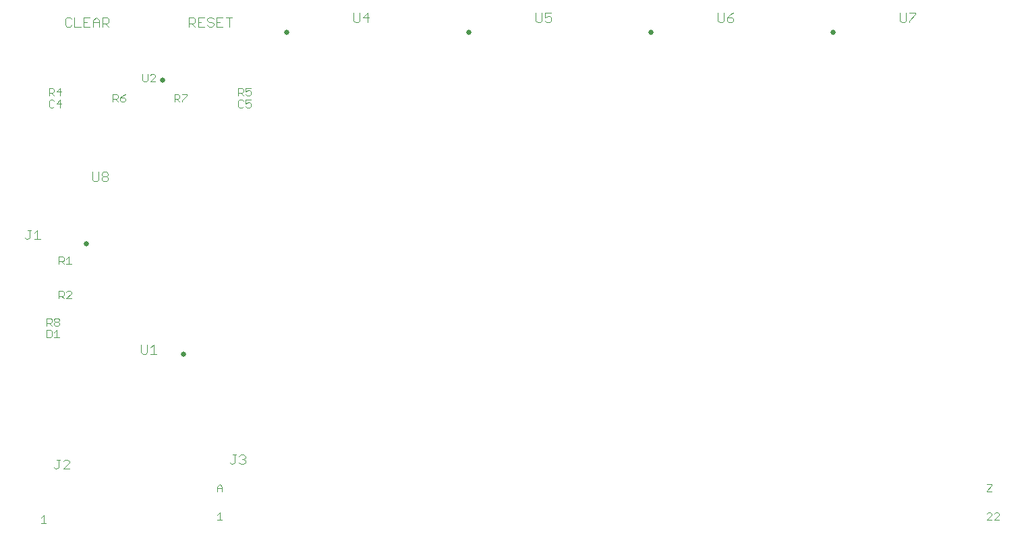
<source format=gto>
G75*
%MOIN*%
%OFA0B0*%
%FSLAX24Y24*%
%IPPOS*%
%LPD*%
%AMOC8*
5,1,8,0,0,1.08239X$1,22.5*
%
%ADD10C,0.0030*%
%ADD11C,0.0040*%
%ADD12C,0.0250*%
D10*
X002119Y002638D02*
X002366Y002638D01*
X002243Y002638D02*
X002243Y003009D01*
X002119Y002885D01*
X010817Y002775D02*
X011064Y002775D01*
X010940Y002775D02*
X010940Y003145D01*
X010817Y003022D01*
X010817Y004175D02*
X010817Y004422D01*
X010940Y004545D01*
X011064Y004422D01*
X011064Y004175D01*
X011064Y004360D02*
X010817Y004360D01*
X003012Y011813D02*
X002765Y011813D01*
X002888Y011813D02*
X002888Y012183D01*
X002765Y012059D01*
X002644Y012121D02*
X002582Y012183D01*
X002397Y012183D01*
X002397Y011813D01*
X002582Y011813D01*
X002644Y011874D01*
X002644Y012121D01*
X002644Y012403D02*
X002520Y012527D01*
X002582Y012527D02*
X002397Y012527D01*
X002397Y012403D02*
X002397Y012773D01*
X002582Y012773D01*
X002644Y012712D01*
X002644Y012588D01*
X002582Y012527D01*
X002765Y012527D02*
X002827Y012588D01*
X002950Y012588D01*
X003012Y012527D01*
X003012Y012465D01*
X002950Y012403D01*
X002827Y012403D01*
X002765Y012465D01*
X002765Y012527D01*
X002827Y012588D02*
X002765Y012650D01*
X002765Y012712D01*
X002827Y012773D01*
X002950Y012773D01*
X003012Y012712D01*
X003012Y012650D01*
X002950Y012588D01*
X002995Y013750D02*
X002995Y014120D01*
X003180Y014120D01*
X003242Y014059D01*
X003242Y013935D01*
X003180Y013873D01*
X002995Y013873D01*
X003119Y013873D02*
X003242Y013750D01*
X003363Y013750D02*
X003610Y013997D01*
X003610Y014059D01*
X003549Y014120D01*
X003425Y014120D01*
X003363Y014059D01*
X003363Y013750D02*
X003610Y013750D01*
X003610Y015455D02*
X003363Y015455D01*
X003242Y015455D02*
X003119Y015578D01*
X003180Y015578D02*
X002995Y015578D01*
X002995Y015455D02*
X002995Y015825D01*
X003180Y015825D01*
X003242Y015764D01*
X003242Y015640D01*
X003180Y015578D01*
X003363Y015702D02*
X003487Y015825D01*
X003487Y015455D01*
X003062Y023203D02*
X003062Y023574D01*
X002877Y023389D01*
X003124Y023389D01*
X002756Y023512D02*
X002694Y023574D01*
X002571Y023574D01*
X002509Y023512D01*
X002509Y023265D01*
X002571Y023203D01*
X002694Y023203D01*
X002756Y023265D01*
X002756Y023794D02*
X002632Y023917D01*
X002694Y023917D02*
X002509Y023917D01*
X002509Y023794D02*
X002509Y024164D01*
X002694Y024164D01*
X002756Y024102D01*
X002756Y023979D01*
X002694Y023917D01*
X002877Y023979D02*
X003124Y023979D01*
X003062Y023794D02*
X003062Y024164D01*
X002877Y023979D01*
X005658Y023869D02*
X005658Y023499D01*
X005658Y023622D02*
X005844Y023622D01*
X005905Y023684D01*
X005905Y023807D01*
X005844Y023869D01*
X005658Y023869D01*
X005782Y023622D02*
X005905Y023499D01*
X006027Y023560D02*
X006089Y023499D01*
X006212Y023499D01*
X006274Y023560D01*
X006274Y023622D01*
X006212Y023684D01*
X006027Y023684D01*
X006027Y023560D01*
X006027Y023684D02*
X006150Y023807D01*
X006274Y023869D01*
X007135Y024545D02*
X007197Y024483D01*
X007320Y024483D01*
X007382Y024545D01*
X007382Y024853D01*
X007503Y024791D02*
X007565Y024853D01*
X007688Y024853D01*
X007750Y024791D01*
X007750Y024730D01*
X007503Y024483D01*
X007750Y024483D01*
X007135Y024545D02*
X007135Y024853D01*
X008710Y023869D02*
X008895Y023869D01*
X008957Y023807D01*
X008957Y023684D01*
X008895Y023622D01*
X008710Y023622D01*
X008833Y023622D02*
X008957Y023499D01*
X009078Y023499D02*
X009078Y023560D01*
X009325Y023807D01*
X009325Y023869D01*
X009078Y023869D01*
X008710Y023869D02*
X008710Y023499D01*
X011859Y023512D02*
X011859Y023265D01*
X011921Y023203D01*
X012044Y023203D01*
X012106Y023265D01*
X012228Y023265D02*
X012289Y023203D01*
X012413Y023203D01*
X012474Y023265D01*
X012474Y023389D01*
X012413Y023450D01*
X012351Y023450D01*
X012228Y023389D01*
X012228Y023574D01*
X012474Y023574D01*
X012413Y023794D02*
X012289Y023794D01*
X012228Y023856D01*
X012228Y023979D02*
X012351Y024041D01*
X012413Y024041D01*
X012474Y023979D01*
X012474Y023856D01*
X012413Y023794D01*
X012228Y023979D02*
X012228Y024164D01*
X012474Y024164D01*
X012106Y024102D02*
X012106Y023979D01*
X012044Y023917D01*
X011859Y023917D01*
X011859Y023794D02*
X011859Y024164D01*
X012044Y024164D01*
X012106Y024102D01*
X011983Y023917D02*
X012106Y023794D01*
X012044Y023574D02*
X011921Y023574D01*
X011859Y023512D01*
X012044Y023574D02*
X012106Y023512D01*
X048845Y004545D02*
X049092Y004545D01*
X049092Y004484D01*
X048845Y004237D01*
X048845Y004175D01*
X049092Y004175D01*
X049030Y003145D02*
X048907Y003145D01*
X048845Y003084D01*
X049030Y003145D02*
X049092Y003084D01*
X049092Y003022D01*
X048845Y002775D01*
X049092Y002775D01*
X049213Y002775D02*
X049460Y003022D01*
X049460Y003084D01*
X049398Y003145D01*
X049275Y003145D01*
X049213Y003084D01*
X049213Y002775D02*
X049460Y002775D01*
D11*
X012207Y005632D02*
X012131Y005555D01*
X011977Y005555D01*
X011900Y005632D01*
X012054Y005785D02*
X012131Y005785D01*
X012207Y005708D01*
X012207Y005632D01*
X012131Y005785D02*
X012207Y005862D01*
X012207Y005939D01*
X012131Y006015D01*
X011977Y006015D01*
X011900Y005939D01*
X011747Y006015D02*
X011593Y006015D01*
X011670Y006015D02*
X011670Y005632D01*
X011593Y005555D01*
X011517Y005555D01*
X011440Y005632D01*
X003510Y005615D02*
X003203Y005308D01*
X003510Y005308D01*
X003510Y005615D02*
X003510Y005692D01*
X003433Y005768D01*
X003280Y005768D01*
X003203Y005692D01*
X003049Y005768D02*
X002896Y005768D01*
X002973Y005768D02*
X002973Y005385D01*
X002896Y005308D01*
X002819Y005308D01*
X002742Y005385D01*
X007136Y011005D02*
X007060Y011082D01*
X007060Y011465D01*
X007367Y011465D02*
X007367Y011082D01*
X007290Y011005D01*
X007136Y011005D01*
X007520Y011005D02*
X007827Y011005D01*
X007673Y011005D02*
X007673Y011465D01*
X007520Y011312D01*
X002077Y016680D02*
X001770Y016680D01*
X001923Y016680D02*
X001923Y017140D01*
X001770Y016987D01*
X001617Y017140D02*
X001463Y017140D01*
X001540Y017140D02*
X001540Y016757D01*
X001463Y016680D01*
X001386Y016680D01*
X001310Y016757D01*
X004645Y019632D02*
X004722Y019555D01*
X004875Y019555D01*
X004952Y019632D01*
X004952Y020015D01*
X005105Y019939D02*
X005105Y019862D01*
X005182Y019785D01*
X005336Y019785D01*
X005412Y019708D01*
X005412Y019632D01*
X005336Y019555D01*
X005182Y019555D01*
X005105Y019632D01*
X005105Y019708D01*
X005182Y019785D01*
X005336Y019785D02*
X005412Y019862D01*
X005412Y019939D01*
X005336Y020015D01*
X005182Y020015D01*
X005105Y019939D01*
X004645Y020015D02*
X004645Y019632D01*
X004687Y027202D02*
X004687Y027509D01*
X004841Y027662D01*
X004994Y027509D01*
X004994Y027202D01*
X005148Y027202D02*
X005148Y027662D01*
X005378Y027662D01*
X005455Y027585D01*
X005455Y027432D01*
X005378Y027355D01*
X005148Y027355D01*
X005301Y027355D02*
X005455Y027202D01*
X004994Y027432D02*
X004687Y027432D01*
X004534Y027662D02*
X004227Y027662D01*
X004227Y027202D01*
X004534Y027202D01*
X004380Y027432D02*
X004227Y027432D01*
X004073Y027202D02*
X003766Y027202D01*
X003766Y027662D01*
X003613Y027585D02*
X003536Y027662D01*
X003383Y027662D01*
X003306Y027585D01*
X003306Y027278D01*
X003383Y027202D01*
X003536Y027202D01*
X003613Y027278D01*
X009408Y027202D02*
X009408Y027662D01*
X009639Y027662D01*
X009715Y027585D01*
X009715Y027432D01*
X009639Y027355D01*
X009408Y027355D01*
X009562Y027355D02*
X009715Y027202D01*
X009869Y027202D02*
X010176Y027202D01*
X010329Y027278D02*
X010406Y027202D01*
X010559Y027202D01*
X010636Y027278D01*
X010636Y027355D01*
X010559Y027432D01*
X010406Y027432D01*
X010329Y027509D01*
X010329Y027585D01*
X010406Y027662D01*
X010559Y027662D01*
X010636Y027585D01*
X010790Y027662D02*
X010790Y027202D01*
X011096Y027202D01*
X010943Y027432D02*
X010790Y027432D01*
X010790Y027662D02*
X011096Y027662D01*
X011250Y027662D02*
X011557Y027662D01*
X011403Y027662D02*
X011403Y027202D01*
X010176Y027662D02*
X009869Y027662D01*
X009869Y027202D01*
X009869Y027432D02*
X010022Y027432D01*
X017560Y027507D02*
X017636Y027430D01*
X017790Y027430D01*
X017867Y027507D01*
X017867Y027890D01*
X018020Y027660D02*
X018327Y027660D01*
X018250Y027430D02*
X018250Y027890D01*
X018020Y027660D01*
X017560Y027507D02*
X017560Y027890D01*
X026560Y027890D02*
X026560Y027507D01*
X026636Y027430D01*
X026790Y027430D01*
X026867Y027507D01*
X026867Y027890D01*
X027020Y027890D02*
X027020Y027660D01*
X027173Y027737D01*
X027250Y027737D01*
X027327Y027660D01*
X027327Y027507D01*
X027250Y027430D01*
X027097Y027430D01*
X027020Y027507D01*
X027020Y027890D02*
X027327Y027890D01*
X035560Y027890D02*
X035560Y027507D01*
X035636Y027430D01*
X035790Y027430D01*
X035867Y027507D01*
X035867Y027890D01*
X036020Y027660D02*
X036250Y027660D01*
X036327Y027583D01*
X036327Y027507D01*
X036250Y027430D01*
X036097Y027430D01*
X036020Y027507D01*
X036020Y027660D01*
X036173Y027814D01*
X036327Y027890D01*
X044560Y027890D02*
X044560Y027507D01*
X044636Y027430D01*
X044790Y027430D01*
X044867Y027507D01*
X044867Y027890D01*
X045020Y027890D02*
X045327Y027890D01*
X045327Y027814D01*
X045020Y027507D01*
X045020Y027430D01*
D12*
X041250Y026910D03*
X032250Y026910D03*
X023250Y026910D03*
X014250Y026910D03*
X008124Y024564D03*
X004349Y016450D03*
X009157Y010993D03*
M02*

</source>
